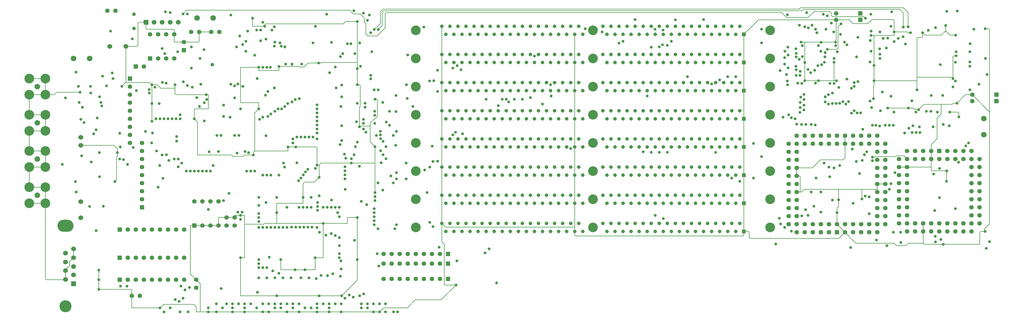
<source format=gbr>
G04 (created by PCBNEW-RS274X (2012-apr-16-27)-stable) date Птн 04 Янв 2013 14:58:56*
G01*
G70*
G90*
%MOIN*%
G04 Gerber Fmt 3.4, Leading zero omitted, Abs format*
%FSLAX34Y34*%
G04 APERTURE LIST*
%ADD10C,0.006000*%
%ADD11C,0.060000*%
%ADD12C,0.120000*%
%ADD13R,0.045000X0.045000*%
%ADD14C,0.045000*%
%ADD15R,0.055000X0.055000*%
%ADD16C,0.055000*%
%ADD17C,0.070000*%
%ADD18O,0.200000X0.150000*%
%ADD19C,0.150000*%
%ADD20R,0.060000X0.060000*%
%ADD21C,0.035000*%
%ADD22C,0.008000*%
G04 APERTURE END LIST*
G54D10*
G54D11*
X28650Y-38550D03*
X28650Y-39550D03*
X28650Y-46550D03*
X28650Y-48550D03*
G54D12*
X92250Y-46250D03*
X70250Y-46250D03*
X114250Y-46250D03*
G54D13*
X111000Y-46750D03*
G54D14*
X110500Y-45750D03*
X110000Y-46750D03*
X109500Y-45750D03*
X109000Y-46750D03*
X108500Y-45750D03*
X108000Y-46750D03*
X107500Y-45750D03*
X107000Y-46750D03*
X106500Y-45750D03*
X106000Y-46750D03*
X105500Y-45750D03*
X105000Y-46750D03*
X104500Y-45750D03*
X104000Y-46750D03*
X103500Y-45750D03*
X103000Y-46750D03*
X102500Y-45750D03*
X102000Y-46750D03*
X101500Y-45750D03*
X101000Y-46750D03*
X100500Y-45750D03*
X100000Y-46750D03*
X99500Y-45750D03*
X99000Y-46750D03*
X98500Y-45750D03*
X98000Y-46750D03*
X97500Y-45750D03*
X97000Y-46750D03*
X96500Y-45750D03*
X96000Y-46750D03*
X95500Y-45750D03*
X95000Y-46750D03*
X94500Y-45750D03*
X94000Y-46750D03*
X93500Y-45750D03*
X91000Y-46750D03*
X90500Y-45750D03*
X90000Y-46750D03*
X89500Y-45750D03*
X89000Y-46750D03*
X88500Y-45750D03*
X88000Y-46750D03*
X87500Y-45750D03*
X87000Y-46750D03*
X86500Y-45750D03*
X86000Y-46750D03*
X85500Y-45750D03*
X85000Y-46750D03*
X84500Y-45750D03*
X84000Y-46750D03*
X83500Y-45750D03*
X83000Y-46750D03*
X82500Y-45750D03*
X82000Y-46750D03*
X81500Y-45750D03*
X81000Y-46750D03*
X80500Y-45750D03*
X80000Y-46750D03*
X79500Y-45750D03*
X79000Y-46750D03*
X78500Y-45750D03*
X78000Y-46750D03*
X77500Y-45750D03*
X77000Y-46750D03*
X76500Y-45750D03*
X76000Y-46750D03*
X75500Y-45750D03*
X75000Y-46750D03*
X74500Y-45750D03*
X74000Y-46750D03*
X73500Y-45750D03*
G54D12*
X92250Y-35750D03*
X70250Y-35750D03*
X114250Y-35750D03*
G54D13*
X111000Y-36250D03*
G54D14*
X110500Y-35250D03*
X110000Y-36250D03*
X109500Y-35250D03*
X109000Y-36250D03*
X108500Y-35250D03*
X108000Y-36250D03*
X107500Y-35250D03*
X107000Y-36250D03*
X106500Y-35250D03*
X106000Y-36250D03*
X105500Y-35250D03*
X105000Y-36250D03*
X104500Y-35250D03*
X104000Y-36250D03*
X103500Y-35250D03*
X103000Y-36250D03*
X102500Y-35250D03*
X102000Y-36250D03*
X101500Y-35250D03*
X101000Y-36250D03*
X100500Y-35250D03*
X100000Y-36250D03*
X99500Y-35250D03*
X99000Y-36250D03*
X98500Y-35250D03*
X98000Y-36250D03*
X97500Y-35250D03*
X97000Y-36250D03*
X96500Y-35250D03*
X96000Y-36250D03*
X95500Y-35250D03*
X95000Y-36250D03*
X94500Y-35250D03*
X94000Y-36250D03*
X93500Y-35250D03*
X91000Y-36250D03*
X90500Y-35250D03*
X90000Y-36250D03*
X89500Y-35250D03*
X89000Y-36250D03*
X88500Y-35250D03*
X88000Y-36250D03*
X87500Y-35250D03*
X87000Y-36250D03*
X86500Y-35250D03*
X86000Y-36250D03*
X85500Y-35250D03*
X85000Y-36250D03*
X84500Y-35250D03*
X84000Y-36250D03*
X83500Y-35250D03*
X83000Y-36250D03*
X82500Y-35250D03*
X82000Y-36250D03*
X81500Y-35250D03*
X81000Y-36250D03*
X80500Y-35250D03*
X80000Y-36250D03*
X79500Y-35250D03*
X79000Y-36250D03*
X78500Y-35250D03*
X78000Y-36250D03*
X77500Y-35250D03*
X77000Y-36250D03*
X76500Y-35250D03*
X76000Y-36250D03*
X75500Y-35250D03*
X75000Y-36250D03*
X74500Y-35250D03*
X74000Y-36250D03*
X73500Y-35250D03*
G54D12*
X92250Y-42750D03*
X70250Y-42750D03*
X114250Y-42750D03*
G54D13*
X111000Y-43250D03*
G54D14*
X110500Y-42250D03*
X110000Y-43250D03*
X109500Y-42250D03*
X109000Y-43250D03*
X108500Y-42250D03*
X108000Y-43250D03*
X107500Y-42250D03*
X107000Y-43250D03*
X106500Y-42250D03*
X106000Y-43250D03*
X105500Y-42250D03*
X105000Y-43250D03*
X104500Y-42250D03*
X104000Y-43250D03*
X103500Y-42250D03*
X103000Y-43250D03*
X102500Y-42250D03*
X102000Y-43250D03*
X101500Y-42250D03*
X101000Y-43250D03*
X100500Y-42250D03*
X100000Y-43250D03*
X99500Y-42250D03*
X99000Y-43250D03*
X98500Y-42250D03*
X98000Y-43250D03*
X97500Y-42250D03*
X97000Y-43250D03*
X96500Y-42250D03*
X96000Y-43250D03*
X95500Y-42250D03*
X95000Y-43250D03*
X94500Y-42250D03*
X94000Y-43250D03*
X93500Y-42250D03*
X91000Y-43250D03*
X90500Y-42250D03*
X90000Y-43250D03*
X89500Y-42250D03*
X89000Y-43250D03*
X88500Y-42250D03*
X88000Y-43250D03*
X87500Y-42250D03*
X87000Y-43250D03*
X86500Y-42250D03*
X86000Y-43250D03*
X85500Y-42250D03*
X85000Y-43250D03*
X84500Y-42250D03*
X84000Y-43250D03*
X83500Y-42250D03*
X83000Y-43250D03*
X82500Y-42250D03*
X82000Y-43250D03*
X81500Y-42250D03*
X81000Y-43250D03*
X80500Y-42250D03*
X80000Y-43250D03*
X79500Y-42250D03*
X79000Y-43250D03*
X78500Y-42250D03*
X78000Y-43250D03*
X77500Y-42250D03*
X77000Y-43250D03*
X76500Y-42250D03*
X76000Y-43250D03*
X75500Y-42250D03*
X75000Y-43250D03*
X74500Y-42250D03*
X74000Y-43250D03*
X73500Y-42250D03*
G54D12*
X92250Y-28750D03*
X70250Y-28750D03*
X114250Y-28750D03*
G54D13*
X111000Y-29250D03*
G54D14*
X110500Y-28250D03*
X110000Y-29250D03*
X109500Y-28250D03*
X109000Y-29250D03*
X108500Y-28250D03*
X108000Y-29250D03*
X107500Y-28250D03*
X107000Y-29250D03*
X106500Y-28250D03*
X106000Y-29250D03*
X105500Y-28250D03*
X105000Y-29250D03*
X104500Y-28250D03*
X104000Y-29250D03*
X103500Y-28250D03*
X103000Y-29250D03*
X102500Y-28250D03*
X102000Y-29250D03*
X101500Y-28250D03*
X101000Y-29250D03*
X100500Y-28250D03*
X100000Y-29250D03*
X99500Y-28250D03*
X99000Y-29250D03*
X98500Y-28250D03*
X98000Y-29250D03*
X97500Y-28250D03*
X97000Y-29250D03*
X96500Y-28250D03*
X96000Y-29250D03*
X95500Y-28250D03*
X95000Y-29250D03*
X94500Y-28250D03*
X94000Y-29250D03*
X93500Y-28250D03*
X91000Y-29250D03*
X90500Y-28250D03*
X90000Y-29250D03*
X89500Y-28250D03*
X89000Y-29250D03*
X88500Y-28250D03*
X88000Y-29250D03*
X87500Y-28250D03*
X87000Y-29250D03*
X86500Y-28250D03*
X86000Y-29250D03*
X85500Y-28250D03*
X85000Y-29250D03*
X84500Y-28250D03*
X84000Y-29250D03*
X83500Y-28250D03*
X83000Y-29250D03*
X82500Y-28250D03*
X82000Y-29250D03*
X81500Y-28250D03*
X81000Y-29250D03*
X80500Y-28250D03*
X80000Y-29250D03*
X79500Y-28250D03*
X79000Y-29250D03*
X78500Y-28250D03*
X78000Y-29250D03*
X77500Y-28250D03*
X77000Y-29250D03*
X76500Y-28250D03*
X76000Y-29250D03*
X75500Y-28250D03*
X75000Y-29250D03*
X74500Y-28250D03*
X74000Y-29250D03*
X73500Y-28250D03*
G54D12*
X92250Y-25250D03*
X70250Y-25250D03*
X114250Y-25250D03*
G54D13*
X111000Y-25750D03*
G54D14*
X110500Y-24750D03*
X110000Y-25750D03*
X109500Y-24750D03*
X109000Y-25750D03*
X108500Y-24750D03*
X108000Y-25750D03*
X107500Y-24750D03*
X107000Y-25750D03*
X106500Y-24750D03*
X106000Y-25750D03*
X105500Y-24750D03*
X105000Y-25750D03*
X104500Y-24750D03*
X104000Y-25750D03*
X103500Y-24750D03*
X103000Y-25750D03*
X102500Y-24750D03*
X102000Y-25750D03*
X101500Y-24750D03*
X101000Y-25750D03*
X100500Y-24750D03*
X100000Y-25750D03*
X99500Y-24750D03*
X99000Y-25750D03*
X98500Y-24750D03*
X98000Y-25750D03*
X97500Y-24750D03*
X97000Y-25750D03*
X96500Y-24750D03*
X96000Y-25750D03*
X95500Y-24750D03*
X95000Y-25750D03*
X94500Y-24750D03*
X94000Y-25750D03*
X93500Y-24750D03*
X91000Y-25750D03*
X90500Y-24750D03*
X90000Y-25750D03*
X89500Y-24750D03*
X89000Y-25750D03*
X88500Y-24750D03*
X88000Y-25750D03*
X87500Y-24750D03*
X87000Y-25750D03*
X86500Y-24750D03*
X86000Y-25750D03*
X85500Y-24750D03*
X85000Y-25750D03*
X84500Y-24750D03*
X84000Y-25750D03*
X83500Y-24750D03*
X83000Y-25750D03*
X82500Y-24750D03*
X82000Y-25750D03*
X81500Y-24750D03*
X81000Y-25750D03*
X80500Y-24750D03*
X80000Y-25750D03*
X79500Y-24750D03*
X79000Y-25750D03*
X78500Y-24750D03*
X78000Y-25750D03*
X77500Y-24750D03*
X77000Y-25750D03*
X76500Y-24750D03*
X76000Y-25750D03*
X75500Y-24750D03*
X75000Y-25750D03*
X74500Y-24750D03*
X74000Y-25750D03*
X73500Y-24750D03*
G54D12*
X92250Y-32250D03*
X70250Y-32250D03*
X114250Y-32250D03*
G54D13*
X111000Y-32750D03*
G54D14*
X110500Y-31750D03*
X110000Y-32750D03*
X109500Y-31750D03*
X109000Y-32750D03*
X108500Y-31750D03*
X108000Y-32750D03*
X107500Y-31750D03*
X107000Y-32750D03*
X106500Y-31750D03*
X106000Y-32750D03*
X105500Y-31750D03*
X105000Y-32750D03*
X104500Y-31750D03*
X104000Y-32750D03*
X103500Y-31750D03*
X103000Y-32750D03*
X102500Y-31750D03*
X102000Y-32750D03*
X101500Y-31750D03*
X101000Y-32750D03*
X100500Y-31750D03*
X100000Y-32750D03*
X99500Y-31750D03*
X99000Y-32750D03*
X98500Y-31750D03*
X98000Y-32750D03*
X97500Y-31750D03*
X97000Y-32750D03*
X96500Y-31750D03*
X96000Y-32750D03*
X95500Y-31750D03*
X95000Y-32750D03*
X94500Y-31750D03*
X94000Y-32750D03*
X93500Y-31750D03*
X91000Y-32750D03*
X90500Y-31750D03*
X90000Y-32750D03*
X89500Y-31750D03*
X89000Y-32750D03*
X88500Y-31750D03*
X88000Y-32750D03*
X87500Y-31750D03*
X87000Y-32750D03*
X86500Y-31750D03*
X86000Y-32750D03*
X85500Y-31750D03*
X85000Y-32750D03*
X84500Y-31750D03*
X84000Y-32750D03*
X83500Y-31750D03*
X83000Y-32750D03*
X82500Y-31750D03*
X82000Y-32750D03*
X81500Y-31750D03*
X81000Y-32750D03*
X80500Y-31750D03*
X80000Y-32750D03*
X79500Y-31750D03*
X79000Y-32750D03*
X78500Y-31750D03*
X78000Y-32750D03*
X77500Y-31750D03*
X77000Y-32750D03*
X76500Y-31750D03*
X76000Y-32750D03*
X75500Y-31750D03*
X75000Y-32750D03*
X74500Y-31750D03*
X74000Y-32750D03*
X73500Y-31750D03*
G54D12*
X92250Y-39250D03*
X70250Y-39250D03*
X114250Y-39250D03*
G54D13*
X111000Y-39750D03*
G54D14*
X110500Y-38750D03*
X110000Y-39750D03*
X109500Y-38750D03*
X109000Y-39750D03*
X108500Y-38750D03*
X108000Y-39750D03*
X107500Y-38750D03*
X107000Y-39750D03*
X106500Y-38750D03*
X106000Y-39750D03*
X105500Y-38750D03*
X105000Y-39750D03*
X104500Y-38750D03*
X104000Y-39750D03*
X103500Y-38750D03*
X103000Y-39750D03*
X102500Y-38750D03*
X102000Y-39750D03*
X101500Y-38750D03*
X101000Y-39750D03*
X100500Y-38750D03*
X100000Y-39750D03*
X99500Y-38750D03*
X99000Y-39750D03*
X98500Y-38750D03*
X98000Y-39750D03*
X97500Y-38750D03*
X97000Y-39750D03*
X96500Y-38750D03*
X96000Y-39750D03*
X95500Y-38750D03*
X95000Y-39750D03*
X94500Y-38750D03*
X94000Y-39750D03*
X93500Y-38750D03*
X91000Y-39750D03*
X90500Y-38750D03*
X90000Y-39750D03*
X89500Y-38750D03*
X89000Y-39750D03*
X88500Y-38750D03*
X88000Y-39750D03*
X87500Y-38750D03*
X87000Y-39750D03*
X86500Y-38750D03*
X86000Y-39750D03*
X85500Y-38750D03*
X85000Y-39750D03*
X84500Y-38750D03*
X84000Y-39750D03*
X83500Y-38750D03*
X83000Y-39750D03*
X82500Y-38750D03*
X82000Y-39750D03*
X81500Y-38750D03*
X81000Y-39750D03*
X80500Y-38750D03*
X80000Y-39750D03*
X79500Y-38750D03*
X79000Y-39750D03*
X78500Y-38750D03*
X78000Y-39750D03*
X77500Y-38750D03*
X77000Y-39750D03*
X76500Y-38750D03*
X76000Y-39750D03*
X75500Y-38750D03*
X75000Y-39750D03*
X74500Y-38750D03*
X74000Y-39750D03*
X73500Y-38750D03*
G54D12*
X92250Y-49750D03*
X70250Y-49750D03*
X114250Y-49750D03*
G54D13*
X111000Y-50250D03*
G54D14*
X110500Y-49250D03*
X110000Y-50250D03*
X109500Y-49250D03*
X109000Y-50250D03*
X108500Y-49250D03*
X108000Y-50250D03*
X107500Y-49250D03*
X107000Y-50250D03*
X106500Y-49250D03*
X106000Y-50250D03*
X105500Y-49250D03*
X105000Y-50250D03*
X104500Y-49250D03*
X104000Y-50250D03*
X103500Y-49250D03*
X103000Y-50250D03*
X102500Y-49250D03*
X102000Y-50250D03*
X101500Y-49250D03*
X101000Y-50250D03*
X100500Y-49250D03*
X100000Y-50250D03*
X99500Y-49250D03*
X99000Y-50250D03*
X98500Y-49250D03*
X98000Y-50250D03*
X97500Y-49250D03*
X97000Y-50250D03*
X96500Y-49250D03*
X96000Y-50250D03*
X95500Y-49250D03*
X95000Y-50250D03*
X94500Y-49250D03*
X94000Y-50250D03*
X93500Y-49250D03*
X91000Y-50250D03*
X90500Y-49250D03*
X90000Y-50250D03*
X89500Y-49250D03*
X89000Y-50250D03*
X88500Y-49250D03*
X88000Y-50250D03*
X87500Y-49250D03*
X87000Y-50250D03*
X86500Y-49250D03*
X86000Y-50250D03*
X85500Y-49250D03*
X85000Y-50250D03*
X84500Y-49250D03*
X84000Y-50250D03*
X83500Y-49250D03*
X83000Y-50250D03*
X82500Y-49250D03*
X82000Y-50250D03*
X81500Y-49250D03*
X81000Y-50250D03*
X80500Y-49250D03*
X80000Y-50250D03*
X79500Y-49250D03*
X79000Y-50250D03*
X78500Y-49250D03*
X78000Y-50250D03*
X77500Y-49250D03*
X77000Y-50250D03*
X76500Y-49250D03*
X76000Y-50250D03*
X75500Y-49250D03*
X75000Y-50250D03*
X74500Y-49250D03*
X74000Y-50250D03*
X73500Y-49250D03*
G54D15*
X41450Y-27700D03*
G54D16*
X41450Y-26700D03*
G54D15*
X122550Y-50350D03*
G54D16*
X122550Y-49350D03*
X123550Y-50350D03*
X123550Y-49350D03*
X124550Y-50350D03*
X124550Y-49350D03*
X125550Y-50350D03*
X125550Y-49350D03*
X126550Y-50350D03*
X126550Y-49350D03*
X127550Y-50350D03*
X128550Y-49350D03*
X127550Y-49350D03*
X128550Y-48350D03*
X127550Y-48350D03*
X128550Y-47350D03*
X127550Y-47350D03*
X128550Y-46350D03*
X127550Y-46350D03*
X128550Y-45350D03*
X127550Y-45350D03*
X128550Y-44350D03*
X127550Y-44350D03*
X128550Y-43350D03*
X127550Y-43350D03*
X128550Y-42350D03*
X127550Y-42350D03*
X128550Y-41350D03*
X127550Y-41350D03*
X128550Y-40350D03*
X127550Y-40350D03*
X128550Y-39350D03*
X127550Y-38350D03*
X127550Y-39350D03*
X126550Y-38350D03*
X126550Y-39350D03*
X125550Y-38350D03*
X125550Y-39350D03*
X124550Y-38350D03*
X124550Y-39350D03*
X123550Y-38350D03*
X123550Y-39350D03*
X122550Y-38350D03*
X122550Y-39350D03*
X121550Y-38350D03*
X121550Y-39350D03*
X120550Y-38350D03*
X120550Y-39350D03*
X119550Y-38350D03*
X119550Y-39350D03*
X118550Y-38350D03*
X118550Y-39350D03*
X117550Y-38350D03*
X116550Y-39350D03*
X117550Y-39350D03*
X116550Y-40350D03*
X117550Y-40350D03*
X116550Y-41350D03*
X117550Y-41350D03*
X116550Y-42350D03*
X117550Y-42350D03*
X116550Y-43350D03*
X117550Y-43350D03*
X116550Y-44350D03*
X117550Y-44350D03*
X116550Y-45350D03*
X117550Y-45350D03*
X116550Y-46350D03*
X117550Y-46350D03*
X116550Y-47350D03*
X117550Y-47350D03*
X116550Y-48350D03*
X117550Y-48350D03*
X116550Y-49350D03*
X117550Y-50350D03*
X117550Y-49350D03*
X118550Y-50350D03*
X118550Y-49350D03*
X119550Y-50350D03*
X119550Y-49350D03*
X120550Y-50350D03*
X120550Y-49350D03*
X121550Y-50350D03*
X121550Y-49350D03*
G54D15*
X135250Y-40250D03*
G54D16*
X135250Y-41250D03*
X134250Y-40250D03*
X134250Y-41250D03*
X133250Y-40250D03*
X133250Y-41250D03*
X132250Y-40250D03*
X132250Y-41250D03*
X131250Y-40250D03*
X130250Y-41250D03*
X131250Y-41250D03*
X130250Y-42250D03*
X131250Y-42250D03*
X130250Y-43250D03*
X131250Y-43250D03*
X130250Y-44250D03*
X131250Y-44250D03*
X130250Y-45250D03*
X131250Y-45250D03*
X130250Y-46250D03*
X131250Y-46250D03*
X130250Y-47250D03*
X131250Y-47250D03*
X130250Y-48250D03*
X131250Y-48250D03*
X130250Y-49250D03*
X131250Y-50250D03*
X131250Y-49250D03*
X132250Y-50250D03*
X132250Y-49250D03*
X133250Y-50250D03*
X133250Y-49250D03*
X134250Y-50250D03*
X134250Y-49250D03*
X135250Y-50250D03*
X135250Y-49250D03*
X136250Y-50250D03*
X136250Y-49250D03*
X137250Y-50250D03*
X137250Y-49250D03*
X138250Y-50250D03*
X138250Y-49250D03*
X139250Y-50250D03*
X140250Y-49250D03*
X139250Y-49250D03*
X140250Y-48250D03*
X139250Y-48250D03*
X140250Y-47250D03*
X139250Y-47250D03*
X140250Y-46250D03*
X139250Y-46250D03*
X140250Y-45250D03*
X139250Y-45250D03*
X140250Y-44250D03*
X139250Y-44250D03*
X140250Y-43250D03*
X139250Y-43250D03*
X140250Y-42250D03*
X139250Y-42250D03*
X140250Y-41250D03*
X139250Y-40250D03*
X139250Y-41250D03*
X138250Y-40250D03*
X138250Y-41250D03*
X137250Y-40250D03*
X137250Y-41250D03*
X136250Y-40250D03*
X136250Y-41250D03*
G54D17*
X140800Y-36200D03*
X140800Y-38200D03*
X29750Y-28750D03*
X27750Y-28750D03*
G54D18*
X26750Y-49550D03*
G54D19*
X26750Y-59550D03*
G54D20*
X27750Y-56750D03*
G54D11*
X27750Y-55650D03*
X27750Y-54600D03*
X27750Y-53500D03*
X27750Y-52400D03*
X26750Y-56200D03*
X26750Y-55100D03*
X26750Y-54050D03*
X26750Y-52950D03*
G54D15*
X142350Y-33250D03*
G54D16*
X139350Y-33250D03*
G54D15*
X125450Y-23150D03*
G54D16*
X122450Y-23150D03*
G54D15*
X125450Y-23950D03*
G54D16*
X122450Y-23950D03*
G54D15*
X142350Y-34050D03*
G54D16*
X139350Y-34050D03*
G54D11*
X32250Y-27250D03*
X34250Y-27250D03*
G54D15*
X37250Y-28750D03*
G54D16*
X38250Y-28750D03*
X39250Y-28750D03*
X40250Y-28750D03*
X40250Y-25750D03*
X39250Y-25750D03*
X38250Y-25750D03*
X37250Y-25750D03*
G54D15*
X34750Y-31250D03*
G54D16*
X34750Y-32250D03*
X34750Y-33250D03*
X34750Y-34250D03*
X34750Y-35250D03*
X34750Y-36250D03*
X34750Y-37250D03*
X34750Y-38250D03*
X34750Y-39250D03*
G54D15*
X33500Y-50000D03*
G54D16*
X34500Y-50000D03*
X35500Y-50000D03*
X36500Y-50000D03*
X37500Y-50000D03*
X38500Y-50000D03*
X39500Y-50000D03*
X40500Y-50000D03*
X41500Y-50000D03*
G54D15*
X74250Y-53050D03*
G54D16*
X73250Y-53050D03*
X72250Y-53050D03*
X71250Y-53050D03*
X70250Y-53050D03*
X69250Y-53050D03*
X68250Y-53050D03*
X67250Y-53050D03*
X66250Y-53050D03*
G54D15*
X74250Y-54250D03*
G54D16*
X73250Y-54250D03*
X72250Y-54250D03*
X71250Y-54250D03*
X70250Y-54250D03*
X69250Y-54250D03*
X68250Y-54250D03*
X67250Y-54250D03*
X66250Y-54250D03*
G54D15*
X74250Y-56150D03*
G54D16*
X73250Y-56150D03*
X72250Y-56150D03*
X71250Y-56150D03*
X70250Y-56150D03*
X69250Y-56150D03*
X68250Y-56150D03*
X67250Y-56150D03*
X66250Y-56150D03*
G54D15*
X35500Y-29750D03*
G54D16*
X36500Y-29750D03*
X42350Y-25450D03*
X43350Y-25450D03*
X43000Y-56250D03*
X43000Y-57250D03*
X45850Y-25450D03*
X44850Y-25450D03*
X35000Y-58250D03*
X36000Y-58250D03*
X47750Y-48500D03*
X47750Y-49500D03*
X46750Y-48500D03*
X46750Y-49500D03*
G54D15*
X42750Y-49500D03*
G54D16*
X43750Y-49500D03*
X44750Y-49500D03*
X45750Y-49500D03*
X45750Y-46500D03*
X44750Y-46500D03*
X43750Y-46500D03*
X42750Y-46500D03*
G54D17*
X45100Y-23700D03*
X43100Y-23700D03*
G54D14*
X35250Y-25000D03*
X35250Y-23250D03*
X45000Y-29500D03*
G54D15*
X36250Y-47250D03*
G54D16*
X36250Y-46250D03*
X36250Y-45250D03*
X36250Y-44250D03*
X36250Y-43250D03*
X36250Y-42250D03*
X36250Y-41250D03*
X36250Y-40250D03*
X36250Y-39250D03*
G54D15*
X33500Y-53500D03*
G54D16*
X34500Y-53500D03*
X35500Y-53500D03*
X36500Y-53500D03*
X37500Y-53500D03*
X38500Y-53500D03*
X39500Y-53500D03*
X40500Y-53500D03*
X41500Y-53500D03*
G54D15*
X33500Y-56250D03*
G54D16*
X34500Y-56250D03*
X35500Y-56250D03*
X36500Y-56250D03*
X37500Y-56250D03*
X38500Y-56250D03*
X39500Y-56250D03*
X40500Y-56250D03*
X41500Y-56250D03*
G54D17*
X23250Y-32250D03*
G54D12*
X24250Y-33250D03*
X22250Y-33250D03*
X22250Y-31250D03*
X24250Y-31250D03*
G54D17*
X23250Y-36750D03*
G54D12*
X24250Y-37750D03*
X22250Y-37750D03*
X22250Y-35750D03*
X24250Y-35750D03*
G54D17*
X23250Y-45750D03*
G54D12*
X24250Y-46750D03*
X22250Y-46750D03*
X22250Y-44750D03*
X24250Y-44750D03*
G54D17*
X23250Y-41250D03*
G54D12*
X24250Y-42250D03*
X22250Y-42250D03*
X22250Y-40250D03*
X24250Y-40250D03*
G54D20*
X36750Y-24250D03*
G54D11*
X37750Y-24250D03*
X38750Y-24250D03*
X39750Y-24250D03*
X40750Y-24250D03*
G54D16*
X31950Y-22800D03*
X32950Y-22800D03*
G54D21*
X56500Y-59750D03*
X53500Y-59750D03*
X57250Y-59750D03*
X49000Y-59750D03*
X63500Y-59750D03*
X59500Y-59750D03*
X58000Y-59750D03*
X55000Y-59750D03*
X52750Y-59750D03*
X50500Y-59750D03*
X64250Y-59750D03*
X47500Y-59750D03*
X30550Y-50150D03*
X28750Y-40850D03*
X118250Y-27150D03*
X60750Y-53500D03*
X79350Y-52400D03*
X50750Y-48500D03*
X118250Y-28500D03*
X65450Y-53000D03*
X67650Y-49900D03*
X59800Y-26750D03*
X120250Y-27150D03*
X134500Y-37250D03*
X49500Y-40450D03*
X40550Y-38450D03*
X117690Y-31800D03*
X28000Y-44050D03*
X126650Y-34050D03*
X41000Y-60250D03*
X42000Y-60250D03*
X58250Y-45800D03*
X66500Y-60250D03*
X130750Y-26050D03*
X132350Y-35400D03*
X56100Y-29450D03*
X126650Y-29190D03*
X129630Y-35400D03*
X42500Y-32300D03*
X53250Y-55450D03*
X128750Y-52000D03*
X58500Y-55700D03*
X132800Y-37250D03*
X122200Y-28750D03*
X48500Y-35000D03*
X60950Y-34700D03*
X122800Y-32350D03*
X68000Y-60250D03*
X44500Y-47500D03*
X122400Y-27150D03*
X57800Y-24750D03*
X50250Y-28350D03*
X39750Y-59750D03*
X37550Y-38000D03*
X61400Y-40650D03*
X55500Y-41700D03*
X60900Y-28500D03*
X119900Y-31800D03*
X62750Y-39700D03*
X44000Y-36500D03*
X38400Y-34350D03*
X50750Y-53750D03*
X67500Y-60250D03*
X44000Y-34250D03*
X125150Y-26120D03*
X129370Y-22950D03*
X46250Y-59750D03*
X49400Y-25350D03*
X60750Y-48400D03*
X44500Y-59750D03*
X67450Y-38300D03*
X36700Y-37800D03*
X67450Y-44200D03*
X135010Y-35400D03*
X53000Y-46000D03*
X41350Y-58550D03*
X80300Y-56650D03*
X33550Y-39750D03*
X61450Y-58550D03*
X26350Y-41900D03*
X114950Y-51800D03*
X63800Y-58000D03*
X42150Y-57200D03*
X34450Y-41900D03*
X61450Y-43700D03*
X55700Y-43950D03*
X129050Y-45000D03*
X40750Y-41250D03*
X55000Y-39250D03*
X55000Y-38750D03*
X40250Y-41250D03*
X61450Y-43200D03*
X56000Y-43600D03*
X129250Y-44300D03*
X39600Y-41400D03*
X55500Y-38500D03*
X56300Y-43200D03*
X61450Y-42700D03*
X56500Y-38500D03*
X66150Y-45100D03*
X39290Y-40700D03*
X56850Y-42500D03*
X65950Y-41700D03*
X63250Y-42150D03*
X62250Y-41200D03*
X66550Y-41200D03*
X129550Y-50350D03*
X38750Y-40750D03*
X66550Y-39700D03*
X130950Y-38000D03*
X57000Y-38500D03*
X132000Y-37100D03*
X57800Y-42400D03*
X65900Y-38700D03*
X37460Y-39250D03*
X130450Y-50350D03*
X61550Y-41150D03*
X65900Y-40200D03*
X38850Y-43650D03*
X33600Y-57050D03*
X33500Y-38050D03*
X46100Y-57350D03*
X41100Y-57050D03*
X34400Y-57050D03*
X134750Y-50850D03*
X33500Y-41250D03*
X40400Y-58700D03*
X62000Y-58150D03*
X124250Y-52250D03*
X141100Y-52350D03*
X116900Y-50200D03*
X126100Y-23750D03*
X41350Y-23200D03*
X127850Y-37150D03*
X41400Y-31650D03*
X71950Y-31550D03*
X126950Y-41450D03*
X72400Y-41550D03*
X125350Y-43050D03*
X69100Y-32000D03*
X72300Y-39650D03*
X39250Y-31800D03*
X112200Y-39300D03*
X112200Y-43600D03*
X120550Y-47850D03*
X127900Y-28200D03*
X129050Y-37050D03*
X126800Y-27850D03*
X126950Y-37050D03*
X120550Y-45350D03*
X121100Y-33500D03*
X121100Y-34150D03*
X120950Y-41750D03*
X121500Y-33250D03*
X121550Y-42250D03*
X121500Y-34400D03*
X122000Y-34350D03*
X122000Y-33050D03*
X138550Y-39600D03*
X124350Y-32450D03*
X124350Y-35550D03*
X124700Y-32200D03*
X124700Y-35250D03*
X119300Y-30500D03*
X116050Y-49750D03*
X116900Y-36100D03*
X118200Y-48300D03*
X119800Y-30200D03*
X117350Y-36250D03*
X116550Y-35750D03*
X118950Y-30100D03*
X115400Y-48600D03*
X121000Y-29200D03*
X118700Y-36950D03*
X119350Y-45350D03*
X119350Y-36950D03*
X119700Y-47100D03*
X121050Y-28550D03*
X119950Y-43600D03*
X119850Y-37000D03*
X121100Y-28000D03*
X135300Y-46050D03*
X122000Y-46350D03*
X134700Y-47650D03*
X135300Y-42400D03*
X127450Y-51300D03*
X67750Y-39550D03*
X89500Y-39950D03*
X71350Y-42600D03*
X63000Y-34300D03*
X48400Y-25950D03*
X48750Y-27000D03*
X100950Y-25200D03*
X100900Y-27050D03*
X102000Y-26600D03*
X53560Y-27200D03*
X49150Y-26600D03*
X104000Y-31000D03*
X50550Y-31250D03*
X59550Y-30500D03*
X93400Y-25450D03*
X69250Y-28300D03*
X71250Y-24850D03*
X99950Y-25100D03*
X91300Y-25050D03*
X49150Y-27850D03*
X52400Y-25200D03*
X102500Y-23950D03*
X52700Y-24800D03*
X97500Y-23900D03*
X96000Y-26600D03*
X52750Y-26700D03*
X95500Y-26850D03*
X52700Y-27200D03*
X87000Y-32000D03*
X64650Y-31290D03*
X72000Y-42250D03*
X119900Y-25100D03*
X110500Y-44000D03*
X119000Y-24950D03*
X109500Y-43600D03*
X117500Y-28550D03*
X117850Y-28850D03*
X81800Y-34150D03*
X81000Y-33800D03*
X116050Y-29450D03*
X79000Y-33800D03*
X117450Y-29700D03*
X116500Y-29900D03*
X115500Y-30250D03*
X117500Y-30150D03*
X110000Y-31000D03*
X118000Y-30350D03*
X109000Y-31000D03*
X108000Y-31400D03*
X116300Y-30750D03*
X107000Y-31900D03*
X117500Y-30850D03*
X118550Y-24800D03*
X101000Y-48650D03*
X117950Y-30850D03*
X116400Y-31550D03*
X100000Y-48250D03*
X99000Y-33400D03*
X118200Y-31830D03*
X115850Y-36050D03*
X118450Y-33200D03*
X84500Y-33600D03*
X118050Y-33550D03*
X83500Y-33800D03*
X118450Y-33850D03*
X82500Y-33800D03*
X81500Y-33800D03*
X118000Y-34200D03*
X80500Y-34600D03*
X118450Y-34550D03*
X118000Y-34850D03*
X119450Y-24600D03*
X117900Y-24600D03*
X107500Y-40400D03*
X118450Y-35150D03*
X117950Y-35450D03*
X116450Y-27330D03*
X101500Y-27100D03*
X101500Y-40400D03*
X100500Y-40400D03*
X117450Y-27530D03*
X100500Y-27300D03*
X99500Y-27350D03*
X99500Y-40400D03*
X116080Y-27850D03*
X117500Y-28120D03*
X98500Y-40350D03*
X85000Y-28450D03*
X116500Y-28320D03*
X116050Y-28650D03*
X86000Y-34400D03*
X69900Y-34700D03*
X46400Y-34550D03*
X46400Y-46400D03*
X46400Y-35950D03*
X48500Y-48750D03*
X50750Y-46000D03*
X50750Y-48000D03*
X50750Y-49750D03*
X51250Y-54750D03*
X50750Y-54250D03*
X61500Y-45000D03*
X57250Y-47250D03*
X57350Y-49700D03*
X56350Y-49700D03*
X56250Y-47250D03*
X55750Y-47250D03*
X55850Y-49700D03*
X52750Y-49750D03*
X50600Y-57800D03*
X52750Y-56000D03*
X54750Y-56000D03*
X56000Y-56000D03*
X57900Y-56100D03*
X59300Y-55750D03*
X60900Y-55800D03*
X60950Y-53900D03*
X52250Y-49750D03*
X51750Y-43250D03*
X42750Y-42750D03*
X44250Y-42750D03*
X49750Y-42750D03*
X46050Y-38300D03*
X47750Y-38300D03*
X51750Y-49750D03*
X51250Y-43250D03*
X43250Y-42750D03*
X66500Y-59250D03*
X60250Y-59250D03*
X59500Y-59250D03*
X58750Y-59250D03*
X53500Y-59250D03*
X52750Y-59250D03*
X65750Y-59250D03*
X52000Y-59250D03*
X51250Y-59250D03*
X49000Y-59250D03*
X48250Y-59250D03*
X47500Y-59250D03*
X46750Y-59250D03*
X65000Y-59250D03*
X64250Y-59250D03*
X61000Y-59250D03*
X63500Y-59250D03*
X54250Y-59250D03*
X45500Y-59250D03*
X49750Y-59250D03*
X52500Y-55150D03*
X58000Y-59250D03*
X50750Y-56000D03*
X55750Y-59250D03*
X55000Y-59250D03*
X54840Y-49700D03*
X55350Y-49700D03*
X53250Y-49750D03*
X53400Y-26800D03*
X57500Y-26800D03*
X55300Y-33850D03*
X60250Y-47250D03*
X47750Y-33650D03*
X47750Y-32150D03*
X54900Y-34150D03*
X59750Y-47250D03*
X54350Y-34350D03*
X59250Y-47250D03*
X58750Y-47250D03*
X54000Y-34700D03*
X52750Y-35300D03*
X58000Y-49750D03*
X52250Y-35650D03*
X59750Y-50500D03*
X51900Y-35950D03*
X60250Y-50750D03*
X51250Y-36050D03*
X60750Y-51000D03*
X131400Y-24800D03*
X65100Y-25150D03*
X130150Y-26250D03*
X65100Y-32650D03*
X121200Y-25100D03*
X131900Y-37950D03*
X62900Y-36600D03*
X39150Y-22950D03*
X131050Y-26950D03*
X128700Y-27450D03*
X128300Y-26250D03*
X39750Y-23050D03*
X63750Y-23100D03*
X121350Y-23450D03*
X122150Y-25450D03*
X124000Y-34100D03*
X67000Y-37050D03*
X67000Y-35300D03*
X69050Y-41750D03*
X124450Y-40000D03*
X123000Y-25750D03*
X64500Y-23350D03*
X123800Y-31300D03*
X123650Y-34400D03*
X121850Y-24350D03*
X64250Y-24000D03*
X113200Y-26800D03*
X113200Y-40950D03*
X120550Y-27850D03*
X113200Y-25100D03*
X124950Y-41550D03*
X50850Y-36300D03*
X48150Y-31900D03*
X42400Y-27300D03*
X48000Y-27300D03*
X45750Y-40300D03*
X41900Y-32100D03*
X43550Y-31950D03*
X49050Y-40300D03*
X115550Y-49300D03*
X66600Y-36650D03*
X65150Y-36800D03*
X72400Y-49650D03*
X38750Y-27500D03*
X43950Y-27650D03*
X53600Y-35000D03*
X50500Y-25200D03*
X51000Y-25200D03*
X53150Y-35000D03*
X51600Y-33300D03*
X60750Y-52000D03*
X41900Y-23200D03*
X127950Y-35250D03*
X43450Y-28750D03*
X53750Y-49750D03*
X45100Y-42050D03*
X40750Y-42200D03*
X53950Y-42250D03*
X43750Y-42750D03*
X50250Y-42750D03*
X49250Y-42750D03*
X44750Y-42750D03*
X44600Y-40350D03*
X48050Y-40500D03*
X52250Y-43250D03*
X42250Y-42750D03*
X48300Y-38300D03*
X45550Y-38300D03*
X41750Y-42750D03*
X53250Y-43250D03*
X64650Y-25550D03*
X64800Y-27900D03*
X64650Y-30850D03*
X87050Y-33400D03*
X69200Y-33700D03*
X71650Y-45400D03*
X72000Y-49100D03*
X65850Y-38250D03*
X66150Y-34200D03*
X51900Y-32850D03*
X75850Y-30150D03*
X39100Y-28150D03*
X125950Y-40700D03*
X76050Y-38100D03*
X61050Y-38940D03*
X51650Y-38350D03*
X42400Y-29950D03*
X58000Y-38750D03*
X52200Y-29850D03*
X60750Y-47250D03*
X55800Y-33750D03*
X129250Y-24750D03*
X129250Y-33450D03*
X121350Y-27600D03*
X123050Y-24450D03*
X54000Y-27300D03*
X74850Y-38250D03*
X54100Y-29450D03*
X74850Y-29950D03*
X126950Y-41000D03*
X51250Y-24250D03*
X52700Y-32400D03*
X75200Y-37900D03*
X40700Y-27900D03*
X75400Y-29650D03*
X126250Y-40350D03*
X125700Y-41400D03*
X72950Y-41500D03*
X72500Y-31500D03*
X38800Y-31700D03*
X122200Y-31850D03*
X51250Y-29850D03*
X51000Y-26550D03*
X35550Y-32750D03*
X51750Y-29850D03*
X37150Y-33050D03*
X116400Y-23300D03*
X62550Y-22800D03*
X37150Y-32600D03*
X60250Y-29800D03*
X33950Y-41300D03*
X41600Y-57500D03*
X63300Y-58250D03*
X135450Y-51250D03*
X32550Y-30550D03*
X31350Y-30950D03*
X31450Y-47100D03*
X41200Y-41750D03*
X134800Y-24900D03*
X35150Y-39800D03*
X120850Y-23250D03*
X133900Y-25250D03*
X35050Y-26300D03*
X40550Y-39000D03*
X132850Y-37950D03*
X53820Y-41750D03*
X28450Y-34200D03*
X29750Y-47150D03*
X67850Y-42950D03*
X65850Y-37800D03*
X67850Y-37800D03*
X78850Y-52900D03*
X67850Y-43700D03*
X67800Y-35350D03*
X67850Y-49400D03*
X67800Y-33350D03*
X120050Y-25550D03*
X106000Y-23900D03*
X61750Y-26900D03*
X65350Y-38300D03*
X65550Y-44200D03*
X65550Y-49900D03*
X73150Y-52200D03*
X63750Y-36800D03*
X39000Y-36250D03*
X58000Y-37000D03*
X63750Y-36300D03*
X39500Y-36250D03*
X58000Y-36500D03*
X58000Y-36000D03*
X40000Y-36250D03*
X65150Y-35800D03*
X40500Y-36250D03*
X65150Y-35300D03*
X58000Y-35500D03*
X63950Y-34800D03*
X58000Y-35000D03*
X41000Y-36250D03*
X63950Y-34300D03*
X58000Y-34500D03*
X41000Y-35750D03*
X65650Y-54550D03*
X50750Y-54750D03*
X65100Y-49400D03*
X51750Y-54750D03*
X65100Y-48900D03*
X52050Y-53450D03*
X59100Y-50700D03*
X50750Y-49000D03*
X60550Y-47900D03*
X65100Y-48400D03*
X65100Y-47900D03*
X58050Y-47600D03*
X50750Y-47000D03*
X51250Y-49750D03*
X65100Y-47400D03*
X58050Y-46650D03*
X51650Y-46650D03*
X58050Y-47150D03*
X54250Y-47250D03*
X54250Y-49750D03*
X64150Y-46900D03*
X56750Y-47250D03*
X56850Y-49700D03*
X65200Y-46400D03*
X57250Y-46000D03*
X65200Y-45900D03*
X58300Y-50350D03*
X59800Y-46350D03*
X63500Y-46500D03*
X60750Y-53000D03*
X75350Y-53900D03*
X61000Y-54900D03*
X59960Y-55500D03*
X57000Y-56000D03*
X56550Y-42850D03*
X129750Y-42950D03*
X69050Y-43700D03*
X38450Y-42050D03*
X61450Y-42200D03*
X56000Y-38500D03*
X67150Y-43350D03*
X53750Y-56000D03*
X51750Y-56000D03*
X131500Y-37400D03*
X125750Y-37550D03*
X66200Y-40700D03*
X62600Y-40700D03*
X66200Y-39050D03*
X38050Y-40250D03*
X57500Y-38500D03*
X126550Y-45950D03*
X38000Y-36250D03*
X58000Y-38000D03*
X64050Y-37900D03*
X38500Y-36250D03*
X63750Y-37500D03*
X58000Y-37500D03*
X127900Y-28750D03*
X128550Y-37050D03*
X125000Y-28550D03*
X127400Y-37050D03*
X129550Y-37050D03*
X137650Y-41650D03*
X127850Y-27550D03*
X125050Y-35500D03*
X138900Y-39250D03*
X124700Y-31750D03*
X125150Y-31600D03*
X125500Y-35500D03*
X121700Y-31850D03*
X51650Y-26350D03*
X72950Y-30200D03*
X37850Y-32300D03*
X63400Y-29700D03*
X116410Y-32000D03*
X72950Y-32850D03*
X140200Y-31950D03*
X65600Y-25150D03*
X130800Y-24850D03*
X63000Y-39150D03*
X65600Y-32650D03*
X61050Y-37100D03*
X61050Y-32050D03*
X62200Y-26900D03*
X63300Y-26800D03*
X131850Y-34000D03*
X129650Y-26650D03*
X126700Y-26500D03*
X132400Y-37950D03*
X40850Y-58950D03*
X62500Y-58400D03*
X134800Y-51550D03*
X141500Y-51500D03*
X141200Y-30750D03*
X47050Y-45500D03*
X126750Y-23250D03*
X128850Y-26200D03*
X47300Y-31950D03*
X118800Y-23050D03*
X38250Y-44750D03*
X47200Y-36050D03*
X47300Y-23350D03*
X122600Y-27900D03*
X122900Y-34300D03*
X122200Y-42350D03*
X123800Y-27050D03*
X122900Y-42050D03*
X123300Y-34100D03*
X134550Y-43100D03*
X123500Y-26700D03*
X121650Y-43450D03*
X122450Y-34350D03*
X118650Y-47550D03*
X120200Y-29650D03*
X117550Y-36900D03*
X118950Y-48250D03*
X120650Y-29500D03*
X118150Y-36950D03*
X139050Y-29700D03*
X128200Y-32900D03*
X137350Y-27900D03*
X139550Y-25100D03*
X127900Y-25450D03*
X139050Y-32650D03*
X139050Y-27910D03*
X136950Y-32260D03*
X126850Y-34850D03*
X126800Y-25350D03*
X60850Y-39450D03*
X60350Y-32400D03*
X61200Y-28150D03*
X62700Y-28150D03*
X139100Y-26900D03*
X136200Y-22870D03*
X38500Y-59750D03*
X54900Y-29450D03*
X51500Y-24750D03*
X58200Y-29300D03*
X63250Y-37250D03*
X127150Y-29600D03*
X59500Y-60250D03*
X52000Y-60250D03*
X62250Y-41750D03*
X63000Y-48500D03*
X44210Y-33250D03*
X61000Y-60250D03*
X63000Y-53750D03*
X58250Y-58250D03*
X54250Y-60250D03*
X37500Y-36550D03*
X44280Y-33850D03*
X40370Y-32000D03*
X48800Y-32200D03*
X61050Y-33500D03*
X50750Y-35000D03*
X42750Y-36250D03*
X118080Y-26700D03*
X65750Y-60250D03*
X37500Y-32000D03*
X37500Y-34330D03*
X65000Y-60250D03*
X48500Y-48250D03*
X63000Y-32000D03*
X47500Y-60250D03*
X58000Y-60250D03*
X61050Y-58250D03*
X53500Y-53750D03*
X136950Y-31240D03*
X140950Y-25050D03*
X59200Y-23250D03*
X33200Y-40450D03*
X28550Y-32950D03*
X75250Y-56900D03*
X65200Y-39700D03*
X65200Y-33800D03*
X50000Y-23750D03*
X53000Y-58250D03*
X28100Y-45350D03*
X33750Y-32200D03*
X56500Y-55000D03*
X56250Y-46000D03*
X29850Y-32200D03*
X137450Y-34300D03*
X55750Y-60250D03*
X132700Y-35100D03*
X128860Y-34900D03*
X136550Y-35400D03*
X118550Y-29250D03*
X53250Y-29750D03*
X50750Y-29850D03*
X51250Y-60250D03*
X48500Y-53500D03*
X136050Y-24650D03*
X132500Y-32650D03*
X137700Y-36000D03*
X126800Y-25860D03*
X32900Y-44050D03*
X137350Y-28420D03*
X54400Y-39750D03*
X55350Y-39750D03*
X50100Y-40750D03*
X136200Y-42700D03*
X53000Y-47900D03*
X133200Y-25550D03*
X129650Y-25450D03*
X131700Y-25550D03*
X137300Y-25850D03*
X135750Y-51850D03*
X122750Y-46300D03*
X125650Y-46200D03*
X136150Y-44000D03*
X30900Y-56250D03*
X30900Y-57450D03*
X30900Y-55050D03*
X58000Y-42000D03*
X31250Y-34650D03*
X44500Y-60250D03*
X57750Y-53500D03*
X58750Y-49250D03*
X49000Y-60250D03*
X122400Y-26700D03*
X63000Y-24150D03*
X131420Y-34900D03*
X58250Y-43500D03*
X122500Y-31500D03*
X140950Y-50250D03*
X122550Y-47900D03*
X55250Y-55000D03*
X65200Y-45400D03*
X127150Y-31500D03*
X45500Y-60250D03*
X122200Y-29200D03*
X63000Y-30000D03*
X118550Y-31500D03*
X120250Y-31500D03*
X127100Y-33750D03*
X120600Y-26750D03*
X32350Y-25350D03*
X28050Y-30450D03*
X28650Y-36300D03*
X30950Y-40450D03*
X32650Y-31250D03*
X31850Y-32150D03*
X29050Y-36700D03*
X28350Y-32200D03*
X30250Y-38100D03*
X29950Y-41600D03*
X26750Y-33650D03*
X31000Y-33500D03*
X30550Y-37600D03*
X29900Y-33050D03*
X31000Y-43450D03*
X30700Y-36150D03*
X31150Y-34200D03*
X28850Y-34800D03*
X135700Y-33350D03*
X135400Y-29500D03*
X139050Y-29190D03*
X137250Y-29200D03*
X134250Y-33350D03*
X133650Y-35300D03*
X134240Y-35300D03*
X136500Y-37100D03*
X137500Y-22840D03*
X141000Y-28750D03*
X135750Y-36950D03*
X137250Y-31550D03*
X43400Y-34700D03*
X43050Y-33600D03*
X62650Y-51350D03*
X48700Y-47850D03*
X48150Y-47850D03*
X39000Y-60250D03*
X130500Y-51600D03*
X126050Y-45850D03*
X126550Y-48050D03*
X124550Y-46750D03*
X137250Y-47400D03*
G54D22*
X119000Y-23650D02*
X119750Y-22900D01*
X125900Y-23550D02*
X126100Y-23750D01*
X41800Y-22750D02*
X62050Y-22750D01*
X65450Y-25950D02*
X66450Y-24950D01*
X41350Y-23200D02*
X41800Y-22750D01*
X63850Y-24250D02*
X64050Y-24450D01*
X66450Y-24950D02*
X66450Y-23150D01*
X115700Y-23050D02*
X116300Y-23650D01*
X119750Y-22900D02*
X121650Y-22900D01*
X121650Y-22900D02*
X121900Y-23150D01*
X121900Y-23150D02*
X121900Y-23450D01*
X121900Y-23450D02*
X122000Y-23550D01*
X122000Y-23550D02*
X125900Y-23550D01*
X64050Y-24450D02*
X64050Y-25700D01*
X64050Y-25700D02*
X64300Y-25950D01*
X66450Y-23150D02*
X66550Y-23050D01*
X64300Y-25950D02*
X65450Y-25950D01*
X63350Y-23200D02*
X63850Y-23700D01*
X62500Y-23200D02*
X63350Y-23200D01*
X62050Y-22750D02*
X62500Y-23200D01*
X66550Y-23050D02*
X115700Y-23050D01*
X63850Y-23700D02*
X63850Y-24250D01*
X116300Y-23650D02*
X119000Y-23650D01*
X65850Y-22900D02*
X65850Y-24400D01*
X130800Y-22450D02*
X131400Y-23050D01*
X117900Y-22600D02*
X66150Y-22600D01*
X118000Y-22450D02*
X130800Y-22450D01*
X118000Y-22450D02*
X117900Y-22600D01*
X66150Y-22600D02*
X65850Y-22900D01*
X65850Y-24400D02*
X65100Y-25150D01*
X131400Y-24800D02*
X131400Y-23050D01*
X122600Y-27600D02*
X121350Y-27600D01*
X122700Y-27500D02*
X122600Y-27600D01*
X123050Y-24450D02*
X122700Y-24800D01*
X122700Y-24800D02*
X122700Y-27500D01*
X129750Y-40950D02*
X127300Y-40950D01*
X131250Y-41250D02*
X130850Y-40850D01*
X129850Y-40850D02*
X129750Y-40950D01*
X127300Y-40950D02*
X127250Y-41000D01*
X130850Y-40850D02*
X129850Y-40850D01*
X126950Y-41000D02*
X127250Y-41000D01*
X130350Y-22650D02*
X130800Y-23100D01*
X66250Y-22800D02*
X118200Y-22800D01*
X118350Y-22650D02*
X130350Y-22650D01*
X118200Y-22800D02*
X118350Y-22650D01*
X66100Y-24650D02*
X66100Y-22950D01*
X66100Y-22950D02*
X66250Y-22800D01*
X130800Y-24850D02*
X130800Y-23100D01*
X65600Y-25150D02*
X66100Y-24650D01*
X58000Y-60250D02*
X55750Y-60250D01*
X55800Y-29800D02*
X56350Y-29800D01*
X55750Y-29750D02*
X55800Y-29800D01*
X54900Y-29750D02*
X55750Y-29750D01*
X34250Y-27250D02*
X34250Y-31750D01*
X50000Y-24750D02*
X51500Y-24750D01*
X58550Y-29250D02*
X63000Y-29250D01*
X54900Y-29450D02*
X54900Y-29750D01*
X58550Y-29250D02*
X58500Y-29300D01*
X58500Y-29300D02*
X58200Y-29300D01*
X65500Y-35950D02*
X65500Y-33900D01*
X65150Y-36200D02*
X65250Y-36200D01*
X135500Y-25850D02*
X136050Y-25300D01*
X65200Y-39700D02*
X64600Y-39100D01*
X64600Y-39100D02*
X64600Y-37150D01*
X64600Y-37150D02*
X64600Y-36750D01*
X64600Y-36750D02*
X65150Y-36200D01*
X65250Y-36200D02*
X65500Y-35950D01*
X126800Y-25860D02*
X127150Y-25860D01*
X48500Y-58250D02*
X53000Y-58250D01*
X50000Y-24750D02*
X50000Y-23750D01*
X133100Y-26150D02*
X133200Y-26050D01*
X44210Y-33250D02*
X44250Y-33250D01*
X53000Y-58250D02*
X58250Y-58250D01*
X61050Y-58250D02*
X58250Y-58250D01*
X57750Y-55000D02*
X56500Y-55000D01*
X53000Y-46750D02*
X56250Y-46750D01*
X53000Y-49250D02*
X53000Y-47900D01*
X69250Y-59700D02*
X70200Y-58750D01*
X42250Y-49500D02*
X42250Y-55550D01*
X50750Y-34250D02*
X48500Y-34250D01*
X53000Y-47900D02*
X53000Y-46750D01*
X58000Y-60250D02*
X59500Y-60250D01*
X53250Y-29750D02*
X54900Y-29750D01*
X50750Y-30250D02*
X53250Y-30250D01*
X57750Y-53500D02*
X57750Y-55000D01*
X56250Y-46000D02*
X56250Y-44300D01*
X63000Y-53750D02*
X63000Y-56300D01*
X44280Y-33850D02*
X44500Y-33850D01*
X49000Y-53500D02*
X48500Y-53500D01*
X40370Y-32000D02*
X40350Y-32000D01*
X22250Y-44750D02*
X24250Y-44750D01*
X48500Y-32200D02*
X48800Y-32200D01*
X38150Y-32000D02*
X38600Y-32450D01*
X38600Y-32450D02*
X40350Y-32450D01*
X22250Y-42250D02*
X22250Y-44750D01*
X40350Y-32450D02*
X40350Y-32000D01*
X24250Y-46750D02*
X22250Y-46750D01*
X22250Y-33250D02*
X22250Y-35750D01*
X54400Y-40250D02*
X50250Y-40250D01*
X61750Y-48500D02*
X61750Y-49250D01*
X38500Y-59750D02*
X35000Y-59750D01*
X58250Y-43500D02*
X57650Y-44100D01*
X73500Y-38750D02*
X73500Y-42250D01*
X73500Y-35250D02*
X73500Y-38750D01*
X73500Y-35250D02*
X73500Y-31750D01*
X73500Y-28250D02*
X73500Y-31750D01*
X73500Y-24750D02*
X73500Y-28250D01*
X65200Y-41750D02*
X65200Y-45400D01*
X42750Y-36250D02*
X42750Y-35000D01*
X49000Y-49350D02*
X49000Y-53500D01*
X42750Y-35000D02*
X44500Y-35000D01*
X37500Y-34330D02*
X37500Y-34350D01*
X37500Y-34350D02*
X37500Y-36550D01*
X37500Y-32000D02*
X37500Y-34350D01*
X58250Y-43500D02*
X58250Y-42000D01*
X65200Y-33800D02*
X65400Y-33800D01*
X131700Y-25550D02*
X131400Y-25550D01*
X65000Y-60250D02*
X61000Y-60250D01*
X43500Y-60250D02*
X43500Y-56750D01*
X42750Y-49500D02*
X43750Y-49500D01*
X55250Y-55000D02*
X53500Y-55000D01*
X48500Y-32200D02*
X48500Y-29850D01*
X49000Y-48250D02*
X49000Y-49350D01*
X55250Y-55000D02*
X56500Y-55000D01*
X58750Y-49250D02*
X58750Y-53500D01*
X50750Y-29850D02*
X50750Y-30250D01*
X24250Y-42250D02*
X22250Y-42250D01*
X43350Y-25450D02*
X44850Y-25450D01*
X63000Y-48500D02*
X61750Y-48500D01*
X65750Y-60250D02*
X65000Y-60250D01*
X43500Y-60250D02*
X43000Y-60250D01*
X53500Y-55000D02*
X53500Y-53750D01*
X73900Y-56900D02*
X75250Y-56900D01*
X73800Y-56800D02*
X73900Y-56900D01*
X73800Y-51850D02*
X73800Y-56800D01*
X73500Y-51550D02*
X73800Y-51850D01*
X73500Y-49250D02*
X73500Y-51550D01*
X65200Y-39700D02*
X65200Y-41750D01*
X34250Y-27250D02*
X35650Y-27250D01*
X50100Y-40750D02*
X49000Y-40750D01*
X117900Y-43350D02*
X118000Y-43450D01*
X73500Y-42250D02*
X73500Y-45750D01*
X117900Y-45350D02*
X117550Y-45350D01*
X118000Y-45250D02*
X117900Y-45350D01*
X118000Y-43450D02*
X118000Y-45250D01*
X117550Y-42350D02*
X117550Y-43350D01*
X111000Y-50700D02*
X111000Y-50250D01*
X110900Y-50800D02*
X111000Y-50700D01*
X90100Y-50800D02*
X110900Y-50800D01*
X90000Y-50700D02*
X90100Y-50800D01*
X90000Y-50250D02*
X90000Y-50700D01*
X122550Y-49350D02*
X123550Y-50350D01*
X117550Y-43350D02*
X117900Y-43350D01*
X63000Y-30000D02*
X63000Y-29250D01*
X43150Y-36650D02*
X43150Y-40750D01*
X42750Y-36250D02*
X43150Y-36650D01*
X90000Y-25750D02*
X90000Y-29250D01*
X25350Y-33250D02*
X25650Y-32950D01*
X25350Y-33250D02*
X24250Y-33250D01*
X28550Y-32950D02*
X25650Y-32950D01*
X48500Y-48250D02*
X49000Y-48250D01*
X61750Y-49250D02*
X58750Y-49250D01*
X140850Y-49950D02*
X140850Y-50250D01*
X141400Y-25050D02*
X140950Y-25050D01*
X40450Y-33250D02*
X40350Y-33150D01*
X45500Y-60250D02*
X47500Y-60250D01*
X47500Y-60250D02*
X49000Y-60250D01*
X22250Y-31250D02*
X24250Y-31250D01*
X33750Y-32200D02*
X34200Y-31750D01*
X34200Y-31750D02*
X34250Y-31750D01*
X34250Y-31750D02*
X37250Y-31750D01*
X24250Y-37750D02*
X22250Y-37750D01*
X117550Y-42350D02*
X119500Y-42350D01*
X44500Y-60250D02*
X45500Y-60250D01*
X58750Y-53500D02*
X57750Y-53500D01*
X54250Y-60250D02*
X55750Y-60250D01*
X56250Y-46750D02*
X56250Y-46000D01*
X44500Y-35000D02*
X44500Y-33850D01*
X44500Y-33850D02*
X44500Y-33250D01*
X45750Y-49500D02*
X45750Y-48500D01*
X22250Y-40250D02*
X24250Y-40250D01*
X22250Y-37750D02*
X22250Y-40250D01*
X28650Y-39550D02*
X32800Y-39550D01*
X32800Y-39550D02*
X33200Y-39950D01*
X33200Y-39950D02*
X33200Y-40450D01*
X22250Y-35750D02*
X24250Y-35750D01*
X48500Y-48250D02*
X47750Y-48250D01*
X47750Y-48250D02*
X47750Y-48500D01*
X44750Y-49500D02*
X45750Y-49500D01*
X52000Y-60250D02*
X54250Y-60250D01*
X47400Y-40750D02*
X43150Y-40750D01*
X54400Y-40250D02*
X54400Y-39750D01*
X35000Y-59750D02*
X35000Y-58250D01*
X44500Y-33250D02*
X44250Y-33250D01*
X50250Y-35500D02*
X50250Y-40250D01*
X52000Y-60250D02*
X51250Y-60250D01*
X50750Y-34250D02*
X50750Y-35000D01*
X42750Y-49500D02*
X42250Y-49500D01*
X50100Y-40400D02*
X50250Y-40250D01*
X132500Y-31090D02*
X132500Y-26250D01*
X132500Y-26250D02*
X132600Y-26150D01*
X132600Y-26150D02*
X133100Y-26150D01*
X141500Y-25150D02*
X141400Y-25050D01*
X133200Y-26050D02*
X133200Y-25550D01*
X136800Y-31090D02*
X132500Y-31090D01*
X50100Y-40750D02*
X50100Y-40400D01*
X132500Y-31500D02*
X132500Y-31090D01*
X53250Y-30250D02*
X53250Y-29750D01*
X56850Y-29300D02*
X58200Y-29300D01*
X56350Y-29800D02*
X56850Y-29300D01*
X69250Y-59700D02*
X69250Y-59750D01*
X69250Y-59750D02*
X66250Y-59750D01*
X65750Y-60250D02*
X66250Y-59750D01*
X75250Y-56900D02*
X73400Y-58750D01*
X70200Y-58750D02*
X73400Y-58750D01*
X63000Y-30000D02*
X63000Y-32000D01*
X58750Y-49250D02*
X53000Y-49250D01*
X136050Y-24650D02*
X136050Y-25300D01*
X134250Y-40250D02*
X134250Y-39450D01*
X134250Y-39450D02*
X135000Y-38700D01*
X135000Y-38700D02*
X135000Y-36150D01*
X135000Y-36150D02*
X135500Y-35650D01*
X135500Y-35650D02*
X135500Y-34450D01*
X123550Y-50350D02*
X124900Y-51700D01*
X124900Y-51700D02*
X129650Y-51700D01*
X131400Y-51700D02*
X133250Y-51700D01*
X141500Y-35400D02*
X141500Y-49300D01*
X141500Y-49300D02*
X140850Y-49950D01*
X123550Y-50350D02*
X122800Y-51100D01*
X122800Y-51100D02*
X111750Y-51100D01*
X111750Y-51100D02*
X111650Y-51000D01*
X111650Y-51000D02*
X111650Y-50350D01*
X111550Y-50250D02*
X111000Y-50250D01*
X111650Y-50350D02*
X111550Y-50250D01*
X111000Y-25750D02*
X112800Y-23950D01*
X122450Y-23950D02*
X112800Y-23950D01*
X122450Y-23950D02*
X124100Y-23950D01*
X129550Y-23900D02*
X129650Y-24000D01*
X129650Y-24000D02*
X129650Y-25450D01*
X132500Y-32650D02*
X132500Y-31500D01*
X136550Y-35400D02*
X137600Y-35400D01*
X137600Y-35400D02*
X137700Y-35500D01*
X137700Y-35500D02*
X137700Y-36000D01*
X129650Y-25860D02*
X129650Y-25450D01*
X127150Y-25860D02*
X129650Y-25860D01*
X136050Y-25300D02*
X136600Y-25850D01*
X137050Y-28420D02*
X136950Y-28520D01*
X32900Y-44050D02*
X33100Y-43850D01*
X33100Y-43850D02*
X33100Y-41050D01*
X33100Y-41050D02*
X33200Y-40950D01*
X33200Y-40950D02*
X33200Y-40450D01*
X61250Y-24450D02*
X61550Y-24150D01*
X61550Y-24150D02*
X63000Y-24150D01*
X24375Y-56250D02*
X26750Y-56250D01*
X37500Y-32000D02*
X37250Y-31750D01*
X137350Y-28420D02*
X137050Y-28420D01*
X136950Y-28520D02*
X136950Y-31240D01*
X136950Y-31240D02*
X136800Y-31090D01*
X140300Y-51850D02*
X135750Y-51850D01*
X47750Y-48500D02*
X46750Y-48500D01*
X63250Y-37250D02*
X63350Y-37150D01*
X63350Y-37150D02*
X64600Y-37150D01*
X63250Y-34800D02*
X63250Y-37250D01*
X63350Y-32100D02*
X63350Y-34700D01*
X63250Y-34800D02*
X63350Y-34700D01*
X65400Y-33800D02*
X65500Y-33900D01*
X53000Y-49250D02*
X51500Y-49250D01*
X51500Y-49250D02*
X51400Y-49350D01*
X58000Y-39750D02*
X58000Y-42000D01*
X51400Y-49350D02*
X49000Y-49350D01*
X58000Y-39750D02*
X55350Y-39750D01*
X24250Y-35750D02*
X24250Y-37750D01*
X134250Y-40250D02*
X134250Y-41250D01*
X134250Y-41250D02*
X134250Y-42250D01*
X134250Y-42250D02*
X134250Y-42600D01*
X134250Y-42600D02*
X134350Y-42700D01*
X134350Y-42700D02*
X136200Y-42700D01*
X131250Y-42250D02*
X130250Y-42250D01*
X131250Y-42250D02*
X134250Y-42250D01*
X127550Y-44350D02*
X128550Y-44350D01*
X127550Y-44350D02*
X127550Y-45000D01*
X73500Y-45750D02*
X73500Y-49250D01*
X127550Y-45000D02*
X127550Y-45350D01*
X62250Y-41750D02*
X58500Y-41750D01*
X58250Y-42000D02*
X58500Y-41750D01*
X57650Y-44100D02*
X56450Y-44100D01*
X56250Y-44300D02*
X56450Y-44100D01*
X48500Y-53500D02*
X48500Y-58250D01*
X55350Y-39750D02*
X54400Y-39750D01*
X137000Y-34300D02*
X137450Y-34300D01*
X137450Y-34300D02*
X138500Y-33250D01*
X138500Y-33250D02*
X139350Y-33250D01*
X131400Y-25550D02*
X131300Y-25450D01*
X131300Y-25450D02*
X129650Y-25450D01*
X136850Y-34450D02*
X137000Y-34300D01*
X133200Y-25550D02*
X133500Y-25850D01*
X137300Y-25850D02*
X136600Y-25850D01*
X135500Y-25850D02*
X133500Y-25850D01*
X58250Y-42000D02*
X58000Y-42000D01*
X117550Y-45350D02*
X118150Y-45350D01*
X122750Y-46300D02*
X122750Y-45000D01*
X125650Y-46200D02*
X125650Y-45000D01*
X122550Y-47850D02*
X122550Y-49350D01*
X122750Y-46300D02*
X122750Y-47150D01*
X122550Y-47850D02*
X122550Y-47350D01*
X122550Y-47350D02*
X122750Y-47150D01*
X133250Y-49250D02*
X133250Y-50250D01*
X133250Y-50250D02*
X133250Y-51700D01*
X133400Y-51850D02*
X135750Y-51850D01*
X136150Y-44000D02*
X136150Y-43150D01*
X136150Y-43150D02*
X136200Y-43100D01*
X136200Y-43100D02*
X136200Y-42700D01*
X128860Y-34900D02*
X131400Y-34900D01*
X131400Y-34900D02*
X132100Y-34900D01*
X132100Y-34900D02*
X132300Y-35100D01*
X132300Y-35100D02*
X132700Y-35100D01*
X132700Y-35100D02*
X133350Y-34450D01*
X133350Y-34450D02*
X135500Y-34450D01*
X135500Y-34450D02*
X136850Y-34450D01*
X43250Y-26700D02*
X43350Y-26600D01*
X38500Y-59750D02*
X38950Y-59300D01*
X30900Y-55050D02*
X30900Y-56250D01*
X43350Y-26600D02*
X43350Y-25450D01*
X36750Y-25000D02*
X36850Y-25100D01*
X30900Y-56250D02*
X30900Y-57450D01*
X40250Y-25750D02*
X40250Y-26600D01*
X36850Y-25100D02*
X40150Y-25100D01*
X41450Y-26700D02*
X43250Y-26700D01*
X40350Y-26700D02*
X41450Y-26700D01*
X40250Y-26600D02*
X40350Y-26700D01*
X40150Y-25100D02*
X40250Y-25200D01*
X40250Y-25200D02*
X40250Y-25750D01*
X35850Y-24250D02*
X36750Y-24250D01*
X35750Y-27150D02*
X35750Y-24350D01*
X36750Y-24250D02*
X36750Y-25000D01*
X35650Y-27250D02*
X35750Y-27150D01*
X35750Y-24350D02*
X35850Y-24250D01*
X42700Y-59300D02*
X43000Y-59600D01*
X63000Y-24150D02*
X63000Y-29250D01*
X61250Y-24450D02*
X51600Y-24450D01*
X51600Y-24450D02*
X51500Y-24550D01*
X51500Y-24550D02*
X51500Y-24750D01*
X126900Y-23900D02*
X129550Y-23900D01*
X44250Y-33250D02*
X40450Y-33250D01*
X43000Y-56250D02*
X43500Y-56750D01*
X30900Y-57450D02*
X34900Y-57450D01*
X34900Y-57450D02*
X35000Y-57550D01*
X35000Y-57550D02*
X35000Y-58250D01*
X43000Y-56250D02*
X42250Y-55550D01*
X111000Y-46750D02*
X111000Y-50250D01*
X24250Y-44750D02*
X24250Y-46750D01*
X24250Y-40250D02*
X24250Y-42250D01*
X46750Y-48500D02*
X45750Y-48500D01*
X37500Y-32000D02*
X38150Y-32000D01*
X59500Y-60250D02*
X61000Y-60250D01*
X24250Y-31250D02*
X24250Y-33250D01*
X22250Y-33250D02*
X24250Y-33250D01*
X43000Y-60250D02*
X43000Y-59600D01*
X111000Y-43250D02*
X111000Y-46750D01*
X111000Y-36250D02*
X111000Y-39750D01*
X111000Y-39750D02*
X111000Y-43250D01*
X111000Y-32750D02*
X111000Y-36250D01*
X111000Y-29250D02*
X111000Y-32750D01*
X111000Y-25750D02*
X111000Y-29250D01*
X90000Y-49700D02*
X90000Y-50250D01*
X90000Y-46750D02*
X90000Y-49700D01*
X90000Y-43250D02*
X90000Y-46750D01*
X90000Y-39750D02*
X90000Y-43250D01*
X90000Y-36250D02*
X90000Y-39750D01*
X90000Y-32750D02*
X90000Y-36250D01*
X90000Y-29250D02*
X90000Y-32750D01*
X62250Y-41750D02*
X65200Y-41750D01*
X119500Y-42350D02*
X120500Y-41350D01*
X120500Y-41350D02*
X123300Y-41350D01*
X123300Y-41350D02*
X123550Y-41100D01*
X40350Y-33150D02*
X40350Y-32450D01*
X43750Y-49500D02*
X44750Y-49500D01*
X48500Y-34250D02*
X48500Y-32200D01*
X50750Y-29850D02*
X48500Y-29850D01*
X24250Y-56125D02*
X24375Y-56250D01*
X24250Y-46750D02*
X24250Y-56125D01*
X27250Y-54500D02*
X26750Y-55000D01*
X27250Y-54000D02*
X27250Y-54500D01*
X26750Y-55000D02*
X26750Y-55100D01*
X27750Y-53500D02*
X27250Y-54000D01*
X26750Y-56250D02*
X26750Y-56200D01*
X26750Y-55100D02*
X26750Y-56250D01*
X27750Y-52400D02*
X27750Y-53500D01*
X118500Y-45000D02*
X122750Y-45000D01*
X122750Y-45000D02*
X125650Y-45000D01*
X125650Y-45000D02*
X127550Y-45000D01*
X127150Y-31500D02*
X132500Y-31500D01*
X127150Y-25860D02*
X127150Y-29600D01*
X127150Y-29600D02*
X127150Y-31500D01*
X118150Y-45350D02*
X118500Y-45000D01*
X118080Y-26700D02*
X118550Y-26700D01*
X118550Y-26700D02*
X120600Y-26700D01*
X122400Y-26700D02*
X120600Y-26700D01*
X122450Y-26400D02*
X122450Y-23950D01*
X122400Y-26450D02*
X122450Y-26400D01*
X73500Y-49250D02*
X73950Y-49700D01*
X73950Y-49700D02*
X90000Y-49700D01*
X131420Y-34900D02*
X131400Y-34900D01*
X63000Y-48500D02*
X63000Y-53750D01*
X123550Y-39350D02*
X123550Y-38350D01*
X122400Y-26700D02*
X122400Y-26450D01*
X141500Y-35400D02*
X141500Y-25150D01*
X140850Y-50250D02*
X140950Y-50250D01*
X140300Y-51850D02*
X140300Y-50350D01*
X140300Y-50350D02*
X140400Y-50250D01*
X140400Y-50250D02*
X140850Y-50250D01*
X122550Y-47900D02*
X122550Y-47850D01*
X127150Y-32100D02*
X127150Y-31500D01*
X47550Y-40900D02*
X48850Y-40900D01*
X63350Y-32100D02*
X63250Y-32000D01*
X61050Y-58250D02*
X63000Y-56300D01*
X38950Y-59300D02*
X42700Y-59300D01*
X129650Y-51700D02*
X129950Y-52000D01*
X127100Y-33750D02*
X127100Y-32150D01*
X129950Y-52000D02*
X131100Y-52000D01*
X120250Y-31500D02*
X118550Y-31500D01*
X123550Y-41100D02*
X123550Y-39350D01*
X122200Y-29200D02*
X122200Y-31500D01*
X131100Y-52000D02*
X131400Y-51700D01*
X126900Y-23900D02*
X126400Y-24400D01*
X126400Y-24400D02*
X124550Y-24400D01*
X124550Y-24400D02*
X124100Y-23950D01*
X49000Y-60250D02*
X51250Y-60250D01*
X118550Y-31500D02*
X118550Y-29250D01*
X118550Y-29250D02*
X118550Y-26700D01*
X44500Y-60250D02*
X43500Y-60250D01*
X122500Y-31500D02*
X122200Y-31500D01*
X47400Y-40750D02*
X47550Y-40900D01*
X122200Y-31500D02*
X120250Y-31500D01*
X63250Y-32000D02*
X63000Y-32000D01*
X139350Y-33250D02*
X141500Y-35400D01*
X133250Y-51700D02*
X133400Y-51850D01*
X127100Y-32150D02*
X127150Y-32100D01*
X120600Y-26750D02*
X120600Y-26700D01*
X50750Y-35000D02*
X50250Y-35500D01*
X48850Y-40900D02*
X49000Y-40750D01*
M02*

</source>
